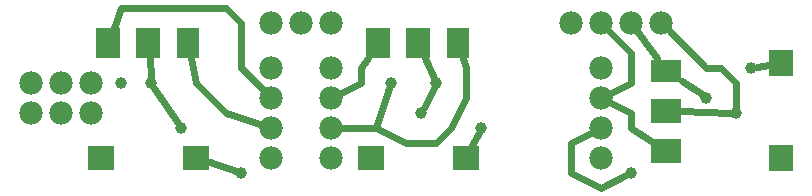
<source format=gbl>
G04 MADE WITH FRITZING*
G04 WWW.FRITZING.ORG*
G04 DOUBLE SIDED*
G04 HOLES PLATED*
G04 CONTOUR ON CENTER OF CONTOUR VECTOR*
%ASAXBY*%
%FSLAX23Y23*%
%MOIN*%
%OFA0B0*%
%SFA1.0B1.0*%
%ADD10C,0.078000*%
%ADD11C,0.039370*%
%ADD12R,0.078736X0.088792*%
%ADD13R,0.098417X0.078750*%
%ADD14R,0.078736X0.088778*%
%ADD15R,0.098417X0.078208*%
%ADD16R,0.088792X0.078736*%
%ADD17R,0.078750X0.098417*%
%ADD18R,0.088778X0.078736*%
%ADD19R,0.078208X0.098417*%
%ADD20C,0.024000*%
%ADD21R,0.001000X0.001000*%
%LNCOPPER0*%
G90*
G70*
G54D10*
X69Y289D03*
X169Y289D03*
X269Y289D03*
X69Y389D03*
X169Y389D03*
X269Y389D03*
X869Y589D03*
X969Y589D03*
X1069Y589D03*
X1869Y589D03*
X1969Y589D03*
X2069Y589D03*
X2169Y589D03*
X1069Y439D03*
X1069Y339D03*
X1069Y239D03*
X1069Y139D03*
X869Y439D03*
X869Y339D03*
X869Y239D03*
X869Y139D03*
X1969Y439D03*
X1969Y339D03*
X1969Y239D03*
X1969Y139D03*
G54D11*
X569Y239D03*
X469Y389D03*
X369Y389D03*
X769Y89D03*
X1369Y289D03*
X1569Y239D03*
X1269Y389D03*
X1419Y389D03*
X2469Y439D03*
X2069Y89D03*
X2419Y289D03*
X2319Y339D03*
G54D12*
X2569Y139D03*
G54D13*
X2187Y296D03*
G54D14*
X2569Y456D03*
G54D13*
X2187Y161D03*
G54D15*
X2187Y429D03*
G54D16*
X1203Y139D03*
G54D17*
X1360Y521D03*
G54D18*
X1520Y139D03*
G54D17*
X1225Y521D03*
G54D19*
X1493Y521D03*
G54D16*
X303Y139D03*
G54D17*
X460Y521D03*
G54D18*
X620Y139D03*
G54D17*
X325Y521D03*
G54D19*
X593Y521D03*
G54D20*
X464Y471D02*
X468Y408D01*
D02*
X559Y255D02*
X480Y373D01*
D02*
X719Y289D02*
X619Y389D01*
D02*
X619Y389D02*
X603Y471D01*
D02*
X841Y248D02*
X719Y289D01*
D02*
X848Y360D02*
X769Y439D01*
D02*
X769Y439D02*
X769Y589D01*
D02*
X769Y589D02*
X719Y639D01*
D02*
X369Y639D02*
X344Y572D01*
D02*
X719Y639D02*
X369Y639D01*
D02*
X751Y95D02*
X666Y124D01*
D02*
X1169Y439D02*
X1191Y471D01*
D02*
X1169Y389D02*
X1169Y439D01*
D02*
X1096Y352D02*
X1169Y389D01*
D02*
X1419Y189D02*
X1469Y239D01*
D02*
X1319Y189D02*
X1419Y189D01*
D02*
X1219Y239D02*
X1319Y189D01*
D02*
X1519Y339D02*
X1519Y439D01*
D02*
X1519Y439D02*
X1509Y471D01*
D02*
X1469Y239D02*
X1519Y339D01*
D02*
X1100Y239D02*
X1219Y239D01*
D02*
X1561Y222D02*
X1540Y180D01*
D02*
X1219Y239D02*
X1263Y371D01*
D02*
X1383Y471D02*
X1412Y406D01*
D02*
X1378Y306D02*
X1411Y372D01*
D02*
X2488Y442D02*
X2529Y449D01*
D02*
X1869Y189D02*
X1869Y89D01*
D02*
X1869Y89D02*
X1969Y39D01*
D02*
X1969Y39D02*
X2052Y80D01*
D02*
X1969Y239D02*
X1869Y189D01*
D02*
X2369Y439D02*
X2419Y389D01*
D02*
X2400Y289D02*
X2238Y294D01*
D02*
X2419Y389D02*
X2419Y308D01*
D02*
X2319Y439D02*
X2369Y439D01*
D02*
X2191Y568D02*
X2319Y439D01*
D02*
X2069Y239D02*
X2136Y195D01*
D02*
X2069Y289D02*
X2069Y239D01*
D02*
X1996Y325D02*
X2069Y289D01*
D02*
X2069Y589D02*
X2157Y470D01*
D02*
X2304Y350D02*
X2238Y395D01*
D02*
X2069Y389D02*
X1996Y352D01*
D02*
X2069Y489D02*
X2069Y389D01*
D02*
X1969Y589D02*
X2069Y489D01*
G54D21*
D02*
G04 End of Copper0*
M02*
</source>
